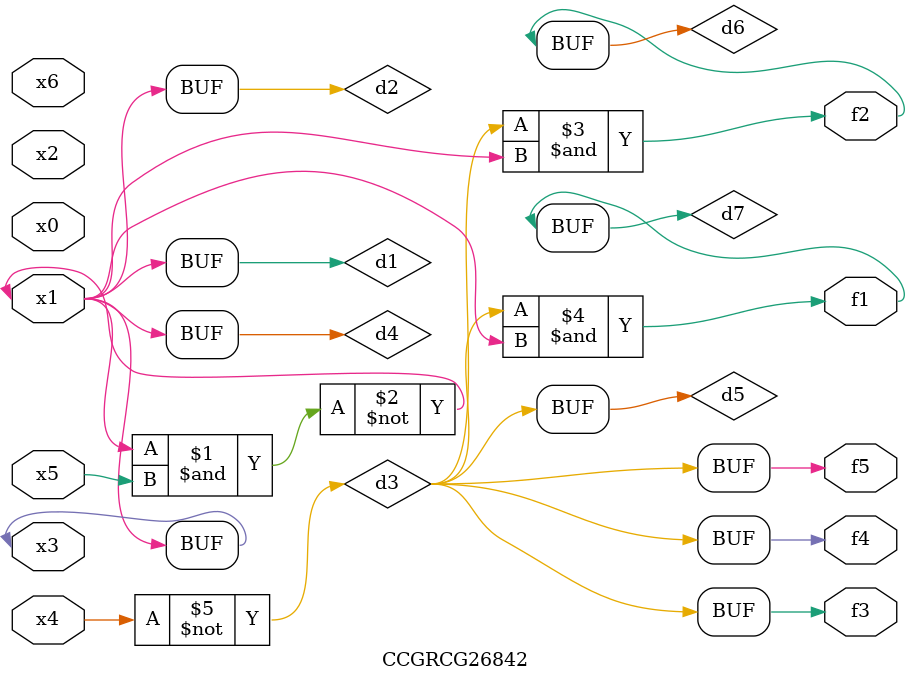
<source format=v>
module CCGRCG26842(
	input x0, x1, x2, x3, x4, x5, x6,
	output f1, f2, f3, f4, f5
);

	wire d1, d2, d3, d4, d5, d6, d7;

	buf (d1, x1, x3);
	nand (d2, x1, x5);
	not (d3, x4);
	buf (d4, d1, d2);
	buf (d5, d3);
	and (d6, d3, d4);
	and (d7, d3, d4);
	assign f1 = d7;
	assign f2 = d6;
	assign f3 = d5;
	assign f4 = d5;
	assign f5 = d5;
endmodule

</source>
